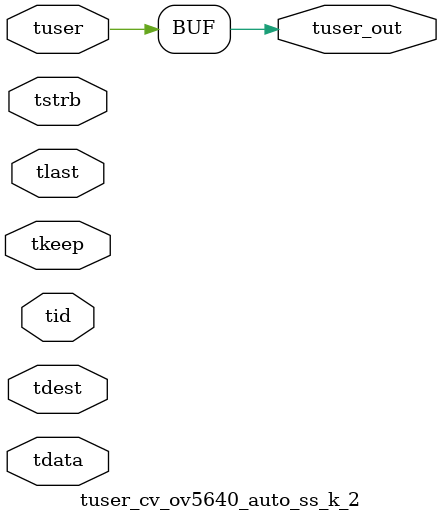
<source format=v>


`timescale 1ps/1ps

module tuser_cv_ov5640_auto_ss_k_2 #
(
parameter C_S_AXIS_TUSER_WIDTH = 1,
parameter C_S_AXIS_TDATA_WIDTH = 32,
parameter C_S_AXIS_TID_WIDTH   = 0,
parameter C_S_AXIS_TDEST_WIDTH = 0,
parameter C_M_AXIS_TUSER_WIDTH = 1
)
(
input  [(C_S_AXIS_TUSER_WIDTH == 0 ? 1 : C_S_AXIS_TUSER_WIDTH)-1:0     ] tuser,
input  [(C_S_AXIS_TDATA_WIDTH == 0 ? 1 : C_S_AXIS_TDATA_WIDTH)-1:0     ] tdata,
input  [(C_S_AXIS_TID_WIDTH   == 0 ? 1 : C_S_AXIS_TID_WIDTH)-1:0       ] tid,
input  [(C_S_AXIS_TDEST_WIDTH == 0 ? 1 : C_S_AXIS_TDEST_WIDTH)-1:0     ] tdest,
input  [(C_S_AXIS_TDATA_WIDTH/8)-1:0 ] tkeep,
input  [(C_S_AXIS_TDATA_WIDTH/8)-1:0 ] tstrb,
input                                                                    tlast,
output [C_M_AXIS_TUSER_WIDTH-1:0] tuser_out
);

assign tuser_out = {tuser[0:0]};

endmodule


</source>
